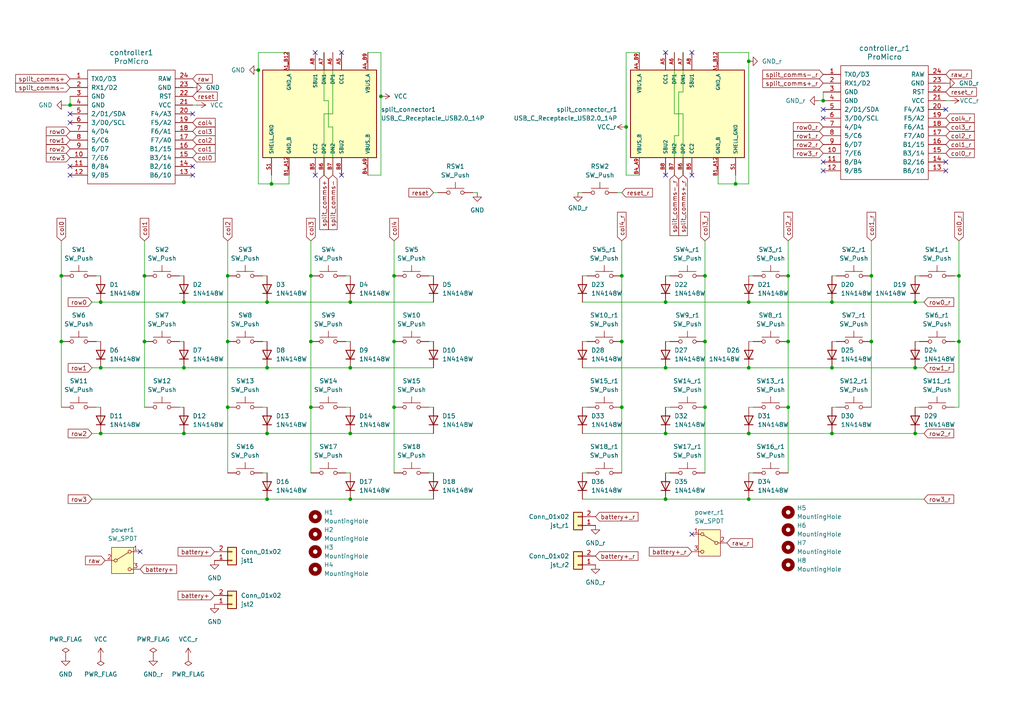
<source format=kicad_sch>
(kicad_sch (version 20250114) (generator "eeschema") (generator_version "9.0")
  (paper "A4")
  (junction (at 20.32 30.48))
  (junction (at 217.17 144.78))
  (junction (at 217.17 87.63))
  (junction (at 193.04 125.73))
  (junction (at 252.73 80.01))
  (junction (at 180.34 80.01))
  (junction (at 193.04 144.78))
  (junction (at 78.74 53.34))
  (junction (at 278.13 99.06))
  (junction (at 265.43 125.73))
  (junction (at 217.17 17.78))
  (junction (at 77.47 106.68))
  (junction (at 241.3 87.63))
  (junction (at 53.34 125.73))
  (junction (at 204.47 118.11))
  (junction (at 114.3 80.01))
  (junction (at 90.17 118.11))
  (junction (at 101.6 144.78))
  (junction (at 29.21 106.68))
  (junction (at 110.49 27.94))
  (junction (at 77.47 87.63))
  (junction (at 278.13 80.01))
  (junction (at 74.93 20.32))
  (junction (at 41.91 99.06))
  (junction (at 66.04 118.11))
  (junction (at 193.04 87.63))
  (junction (at 241.3 106.68))
  (junction (at 180.34 99.06))
  (junction (at 204.47 80.01))
  (junction (at 228.6 99.06))
  (junction (at 193.04 106.68))
  (junction (at 17.78 99.06))
  (junction (at 41.91 80.01))
  (junction (at 29.21 125.73))
  (junction (at 180.34 118.11))
  (junction (at 66.04 99.06))
  (junction (at 217.17 106.68))
  (junction (at 101.6 106.68))
  (junction (at 77.47 144.78))
  (junction (at 77.47 125.73))
  (junction (at 252.73 99.06))
  (junction (at 241.3 125.73))
  (junction (at 101.6 87.63))
  (junction (at 228.6 80.01))
  (junction (at 17.78 80.01))
  (junction (at 114.3 118.11))
  (junction (at 228.6 118.11))
  (junction (at 90.17 99.06))
  (junction (at 90.17 80.01))
  (junction (at 181.61 36.83))
  (junction (at 101.6 125.73))
  (junction (at 53.34 87.63))
  (junction (at 204.47 99.06))
  (junction (at 217.17 125.73))
  (junction (at 66.04 80.01))
  (junction (at 213.36 53.34))
  (junction (at 265.43 87.63))
  (junction (at 53.34 106.68))
  (junction (at 114.3 99.06))
  (junction (at 29.21 87.63))
  (junction (at 238.76 29.21))
  (junction (at 265.43 106.68))
  (no_connect (at 91.44 15.24))
  (no_connect (at 99.06 15.24))
  (no_connect (at 20.32 33.02))
  (no_connect (at 193.04 15.24))
  (no_connect (at 238.76 31.75))
  (no_connect (at 193.04 50.8))
  (no_connect (at 274.32 31.75))
  (no_connect (at 238.76 49.53))
  (no_connect (at 200.66 15.24))
  (no_connect (at 274.32 49.53))
  (no_connect (at 55.88 33.02))
  (no_connect (at 20.32 50.8))
  (no_connect (at 55.88 48.26))
  (no_connect (at 238.76 34.29))
  (no_connect (at 40.64 160.02))
  (no_connect (at 200.66 154.94))
  (no_connect (at 274.32 46.99))
  (no_connect (at 91.44 50.8))
  (no_connect (at 200.66 50.8))
  (no_connect (at 99.06 50.8))
  (no_connect (at 20.32 35.56))
  (no_connect (at 238.76 46.99))
  (no_connect (at 55.88 50.8))
  (no_connect (at 20.32 48.26))
  (wire (pts (xy 125.73 118.11) (xy 124.46 118.11)))
  (wire (pts (xy 66.04 80.01) (xy 66.04 99.06)))
  (wire (pts (xy 41.91 80.01) (xy 41.91 99.06)))
  (wire (pts (xy 96.52 36.83) (xy 95.25 36.83)))
  (wire (pts (xy 125.73 137.16) (xy 124.46 137.16)))
  (wire (pts (xy 196.85 39.37) (xy 195.58 39.37)))
  (wire (pts (xy 77.47 106.68) (xy 101.6 106.68)))
  (wire (pts (xy 217.17 106.68) (xy 193.04 106.68)))
  (wire (pts (xy 193.04 144.78) (xy 168.91 144.78)))
  (wire (pts (xy 180.34 99.06) (xy 180.34 118.11)))
  (wire (pts (xy 265.43 118.11) (xy 266.7 118.11)))
  (wire (pts (xy 125.73 99.06) (xy 124.46 99.06)))
  (wire (pts (xy 180.34 55.88) (xy 179.07 55.88)))
  (wire (pts (xy 95.25 36.83) (xy 95.25 29.21)))
  (wire (pts (xy 101.6 87.63) (xy 125.73 87.63)))
  (wire (pts (xy 90.17 80.01) (xy 90.17 99.06)))
  (wire (pts (xy 195.58 39.37) (xy 195.58 50.8)))
  (wire (pts (xy 53.34 87.63) (xy 77.47 87.63)))
  (wire (pts (xy 265.43 87.63) (xy 241.3 87.63)))
  (wire (pts (xy 168.91 118.11) (xy 170.18 118.11)))
  (wire (pts (xy 77.47 99.06) (xy 76.2 99.06)))
  (wire (pts (xy 278.13 99.06) (xy 276.86 99.06)))
  (wire (pts (xy 252.73 69.85) (xy 252.73 80.01)))
  (wire (pts (xy 275.59 29.21) (xy 274.32 29.21)))
  (wire (pts (xy 195.58 15.24) (xy 195.58 33.02)))
  (wire (pts (xy 193.04 99.06) (xy 194.31 99.06)))
  (wire (pts (xy 196.85 26.67) (xy 196.85 39.37)))
  (wire (pts (xy 101.6 118.11) (xy 100.33 118.11)))
  (wire (pts (xy 29.21 118.11) (xy 27.94 118.11)))
  (wire (pts (xy 198.12 26.67) (xy 196.85 26.67)))
  (wire (pts (xy 167.64 55.88) (xy 168.91 55.88)))
  (wire (pts (xy 180.34 118.11) (xy 180.34 137.16)))
  (wire (pts (xy 267.97 144.78) (xy 217.17 144.78)))
  (wire (pts (xy 57.15 30.48) (xy 55.88 30.48)))
  (wire (pts (xy 278.13 80.01) (xy 278.13 99.06)))
  (wire (pts (xy 74.93 15.24) (xy 83.82 15.24)))
  (wire (pts (xy 29.21 106.68) (xy 53.34 106.68)))
  (wire (pts (xy 278.13 69.85) (xy 278.13 80.01)))
  (wire (pts (xy 217.17 15.24) (xy 217.17 17.78)))
  (wire (pts (xy 168.91 80.01) (xy 170.18 80.01)))
  (wire (pts (xy 217.17 99.06) (xy 218.44 99.06)))
  (wire (pts (xy 110.49 15.24) (xy 106.68 15.24)))
  (wire (pts (xy 29.21 125.73) (xy 53.34 125.73)))
  (wire (pts (xy 204.47 69.85) (xy 204.47 80.01)))
  (wire (pts (xy 90.17 99.06) (xy 90.17 118.11)))
  (wire (pts (xy 53.34 80.01) (xy 52.07 80.01)))
  (wire (pts (xy 278.13 80.01) (xy 276.86 80.01)))
  (wire (pts (xy 125.73 55.88) (xy 127 55.88)))
  (wire (pts (xy 278.13 99.06) (xy 278.13 118.11)))
  (wire (pts (xy 26.67 144.78) (xy 77.47 144.78)))
  (wire (pts (xy 267.97 87.63) (xy 265.43 87.63)))
  (wire (pts (xy 93.98 33.02) (xy 96.52 33.02)))
  (wire (pts (xy 208.28 53.34) (xy 208.28 50.8)))
  (wire (pts (xy 77.47 137.16) (xy 76.2 137.16)))
  (wire (pts (xy 29.21 87.63) (xy 53.34 87.63)))
  (wire (pts (xy 19.05 30.48) (xy 20.32 30.48)))
  (wire (pts (xy 41.91 69.85) (xy 41.91 80.01)))
  (wire (pts (xy 193.04 137.16) (xy 194.31 137.16)))
  (wire (pts (xy 101.6 137.16) (xy 100.33 137.16)))
  (wire (pts (xy 217.17 125.73) (xy 193.04 125.73)))
  (wire (pts (xy 29.21 99.06) (xy 27.94 99.06)))
  (wire (pts (xy 278.13 118.11) (xy 276.86 118.11)))
  (wire (pts (xy 265.43 106.68) (xy 241.3 106.68)))
  (wire (pts (xy 53.34 125.73) (xy 77.47 125.73)))
  (wire (pts (xy 66.04 99.06) (xy 66.04 118.11)))
  (wire (pts (xy 168.91 99.06) (xy 170.18 99.06)))
  (wire (pts (xy 101.6 144.78) (xy 125.73 144.78)))
  (wire (pts (xy 193.04 87.63) (xy 168.91 87.63)))
  (wire (pts (xy 66.04 69.85) (xy 66.04 80.01)))
  (wire (pts (xy 74.93 20.32) (xy 74.93 53.34)))
  (wire (pts (xy 204.47 80.01) (xy 204.47 99.06)))
  (wire (pts (xy 53.34 118.11) (xy 52.07 118.11)))
  (wire (pts (xy 77.47 144.78) (xy 101.6 144.78)))
  (wire (pts (xy 41.91 99.06) (xy 41.91 118.11)))
  (wire (pts (xy 181.61 15.24) (xy 185.42 15.24)))
  (wire (pts (xy 74.93 53.34) (xy 78.74 53.34)))
  (wire (pts (xy 53.34 99.06) (xy 52.07 99.06)))
  (wire (pts (xy 114.3 80.01) (xy 114.3 99.06)))
  (wire (pts (xy 241.3 118.11) (xy 242.57 118.11)))
  (wire (pts (xy 90.17 118.11) (xy 90.17 137.16)))
  (wire (pts (xy 241.3 125.73) (xy 217.17 125.73)))
  (wire (pts (xy 96.52 50.8) (xy 96.52 36.83)))
  (wire (pts (xy 198.12 33.02) (xy 195.58 33.02)))
  (wire (pts (xy 252.73 99.06) (xy 252.73 118.11)))
  (wire (pts (xy 77.47 125.73) (xy 101.6 125.73)))
  (wire (pts (xy 198.12 15.24) (xy 198.12 26.67)))
  (wire (pts (xy 78.74 50.8) (xy 78.74 53.34)))
  (wire (pts (xy 181.61 50.8) (xy 185.42 50.8)))
  (wire (pts (xy 217.17 137.16) (xy 218.44 137.16)))
  (wire (pts (xy 77.47 87.63) (xy 101.6 87.63)))
  (wire (pts (xy 66.04 118.11) (xy 66.04 137.16)))
  (wire (pts (xy 26.67 125.73) (xy 29.21 125.73)))
  (wire (pts (xy 267.97 106.68) (xy 265.43 106.68)))
  (wire (pts (xy 228.6 99.06) (xy 228.6 118.11)))
  (wire (pts (xy 74.93 15.24) (xy 74.93 20.32)))
  (wire (pts (xy 241.3 106.68) (xy 217.17 106.68)))
  (wire (pts (xy 238.76 26.67) (xy 238.76 29.21)))
  (wire (pts (xy 78.74 53.34) (xy 83.82 53.34)))
  (wire (pts (xy 217.17 144.78) (xy 193.04 144.78)))
  (wire (pts (xy 252.73 80.01) (xy 252.73 99.06)))
  (wire (pts (xy 96.52 15.24) (xy 96.52 33.02)))
  (wire (pts (xy 228.6 69.85) (xy 228.6 80.01)))
  (wire (pts (xy 17.78 99.06) (xy 17.78 118.11)))
  (wire (pts (xy 168.91 137.16) (xy 170.18 137.16)))
  (wire (pts (xy 208.28 53.34) (xy 213.36 53.34)))
  (wire (pts (xy 265.43 125.73) (xy 241.3 125.73)))
  (wire (pts (xy 193.04 118.11) (xy 194.31 118.11)))
  (wire (pts (xy 193.04 80.01) (xy 194.31 80.01)))
  (wire (pts (xy 213.36 53.34) (xy 217.17 53.34)))
  (wire (pts (xy 20.32 27.94) (xy 20.32 30.48)))
  (wire (pts (xy 217.17 15.24) (xy 208.28 15.24)))
  (wire (pts (xy 181.61 15.24) (xy 181.61 36.83)))
  (wire (pts (xy 125.73 80.01) (xy 124.46 80.01)))
  (wire (pts (xy 213.36 50.8) (xy 213.36 53.34)))
  (wire (pts (xy 110.49 15.24) (xy 110.49 27.94)))
  (wire (pts (xy 101.6 99.06) (xy 100.33 99.06)))
  (wire (pts (xy 26.67 106.68) (xy 29.21 106.68)))
  (wire (pts (xy 95.25 29.21) (xy 93.98 29.21)))
  (wire (pts (xy 114.3 69.85) (xy 114.3 80.01)))
  (wire (pts (xy 193.04 125.73) (xy 168.91 125.73)))
  (wire (pts (xy 101.6 125.73) (xy 125.73 125.73)))
  (wire (pts (xy 110.49 27.94) (xy 110.49 50.8)))
  (wire (pts (xy 17.78 69.85) (xy 17.78 80.01)))
  (wire (pts (xy 267.97 125.73) (xy 265.43 125.73)))
  (wire (pts (xy 17.78 80.01) (xy 17.78 99.06)))
  (wire (pts (xy 29.21 80.01) (xy 27.94 80.01)))
  (wire (pts (xy 180.34 69.85) (xy 180.34 80.01)))
  (wire (pts (xy 180.34 80.01) (xy 180.34 99.06)))
  (wire (pts (xy 241.3 87.63) (xy 217.17 87.63)))
  (wire (pts (xy 77.47 80.01) (xy 76.2 80.01)))
  (wire (pts (xy 198.12 50.8) (xy 198.12 33.02)))
  (wire (pts (xy 204.47 118.11) (xy 204.47 137.16)))
  (wire (pts (xy 93.98 15.24) (xy 93.98 29.21)))
  (wire (pts (xy 181.61 36.83) (xy 181.61 50.8)))
  (wire (pts (xy 53.34 106.68) (xy 77.47 106.68)))
  (wire (pts (xy 26.67 87.63) (xy 29.21 87.63)))
  (wire (pts (xy 101.6 80.01) (xy 100.33 80.01)))
  (wire (pts (xy 217.17 80.01) (xy 218.44 80.01)))
  (wire (pts (xy 77.47 118.11) (xy 76.2 118.11)))
  (wire (pts (xy 110.49 50.8) (xy 106.68 50.8)))
  (wire (pts (xy 228.6 80.01) (xy 228.6 99.06)))
  (wire (pts (xy 217.17 17.78) (xy 217.17 53.34)))
  (wire (pts (xy 217.17 118.11) (xy 218.44 118.11)))
  (wire (pts (xy 265.43 99.06) (xy 266.7 99.06)))
  (wire (pts (xy 265.43 80.01) (xy 266.7 80.01)))
  (wire (pts (xy 93.98 50.8) (xy 93.98 33.02)))
  (wire (pts (xy 204.47 99.06) (xy 204.47 118.11)))
  (wire (pts (xy 101.6 106.68) (xy 125.73 106.68)))
  (wire (pts (xy 114.3 99.06) (xy 114.3 118.11)))
  (wire (pts (xy 193.04 106.68) (xy 168.91 106.68)))
  (wire (pts (xy 114.3 118.11) (xy 114.3 137.16)))
  (wire (pts (xy 228.6 118.11) (xy 228.6 137.16)))
  (wire (pts (xy 237.49 29.21) (xy 238.76 29.21)))
  (wire (pts (xy 83.82 53.34) (xy 83.82 50.8)))
  (wire (pts (xy 241.3 80.01) (xy 242.57 80.01)))
  (wire (pts (xy 217.17 87.63) (xy 193.04 87.63)))
  (wire (pts (xy 138.43 55.88) (xy 137.16 55.88)))
  (wire (pts (xy 90.17 69.85) (xy 90.17 80.01)))
  (wire (pts (xy 241.3 99.06) (xy 242.57 99.06)))
  (global_label "row0_r" (shape input) (at 238.76 36.83 180) (property "Intersheetrefs" "${INTERSHEET_REFS}" (effects (hide yes))))
  (global_label "reset_r" (shape input) (at 180.34 55.88 0) (property "Intersheetrefs" "${INTERSHEET_REFS}" (effects (hide yes))))
  (global_label "col2" (shape input) (at 55.88 40.64 0) (property "Intersheetrefs" "${INTERSHEET_REFS}" (effects (hide yes))))
  (global_label "col0" (shape input) (at 55.88 45.72 0) (property "Intersheetrefs" "${INTERSHEET_REFS}" (effects (hide yes))))
  (global_label "col1" (shape input) (at 41.91 69.85 90) (property "Intersheetrefs" "${INTERSHEET_REFS}" (effects (hide yes))))
  (global_label "split_comms-" (shape input) (at 96.52 50.8 270) (property "Intersheetrefs" "${INTERSHEET_REFS}" (effects (hide yes))))
  (global_label "col3" (shape input) (at 55.88 38.1 0) (property "Intersheetrefs" "${INTERSHEET_REFS}" (effects (hide yes))))
  (global_label "col0_r" (shape input) (at 278.13 69.85 90) (property "Intersheetrefs" "${INTERSHEET_REFS}" (effects (hide yes))))
  (global_label "battery+_r" (shape input) (at 172.72 149.86 0) (property "Intersheetrefs" "${INTERSHEET_REFS}" (effects (hide yes))))
  (global_label "row3_r" (shape input) (at 238.76 44.45 180) (property "Intersheetrefs" "${INTERSHEET_REFS}" (effects (hide yes))))
  (global_label "raw" (shape input) (at 30.48 162.56 180) (property "Intersheetrefs" "${INTERSHEET_REFS}" (effects (hide yes))))
  (global_label "split_comms+" (shape input) (at 20.32 22.86 180) (property "Intersheetrefs" "${INTERSHEET_REFS}" (effects (hide yes))))
  (global_label "row1_r" (shape input) (at 238.76 39.37 180) (property "Intersheetrefs" "${INTERSHEET_REFS}" (effects (hide yes))))
  (global_label "col0" (shape input) (at 17.78 69.85 90) (property "Intersheetrefs" "${INTERSHEET_REFS}" (effects (hide yes))))
  (global_label "col2_r" (shape input) (at 274.32 39.37 0) (property "Intersheetrefs" "${INTERSHEET_REFS}" (effects (hide yes))))
  (global_label "col2_r" (shape input) (at 228.6 69.85 90) (property "Intersheetrefs" "${INTERSHEET_REFS}" (effects (hide yes))))
  (global_label "battery+_r" (shape input) (at 172.72 161.29 0) (property "Intersheetrefs" "${INTERSHEET_REFS}" (effects (hide yes))))
  (global_label "col3_r" (shape input) (at 204.47 69.85 90) (property "Intersheetrefs" "${INTERSHEET_REFS}" (effects (hide yes))))
  (global_label "split_comms+_r" (shape input) (at 238.76 24.13 180) (property "Intersheetrefs" "${INTERSHEET_REFS}" (effects (hide yes))))
  (global_label "row0" (shape input) (at 20.32 38.1 180) (property "Intersheetrefs" "${INTERSHEET_REFS}" (effects (hide yes))))
  (global_label "col4" (shape input) (at 114.3 69.85 90) (property "Intersheetrefs" "${INTERSHEET_REFS}" (effects (hide yes))))
  (global_label "row2" (shape input) (at 26.67 125.73 180) (property "Intersheetrefs" "${INTERSHEET_REFS}" (effects (hide yes))))
  (global_label "row3_r" (shape input) (at 267.97 144.78 0) (property "Intersheetrefs" "${INTERSHEET_REFS}" (effects (hide yes))))
  (global_label "reset" (shape input) (at 55.88 27.94 0) (property "Intersheetrefs" "${INTERSHEET_REFS}" (effects (hide yes))))
  (global_label "reset_r" (shape input) (at 274.32 26.67 0) (property "Intersheetrefs" "${INTERSHEET_REFS}" (effects (hide yes))))
  (global_label "row0" (shape input) (at 26.67 87.63 180) (property "Intersheetrefs" "${INTERSHEET_REFS}" (effects (hide yes))))
  (global_label "col1" (shape input) (at 55.88 43.18 0) (property "Intersheetrefs" "${INTERSHEET_REFS}" (effects (hide yes))))
  (global_label "battery+_r" (shape input) (at 200.66 160.02 180) (property "Intersheetrefs" "${INTERSHEET_REFS}" (effects (hide yes))))
  (global_label "row2_r" (shape input) (at 267.97 125.73 0) (property "Intersheetrefs" "${INTERSHEET_REFS}" (effects (hide yes))))
  (global_label "raw_r" (shape input) (at 210.82 157.48 0) (property "Intersheetrefs" "${INTERSHEET_REFS}" (effects (hide yes))))
  (global_label "col0_r" (shape input) (at 274.32 44.45 0) (property "Intersheetrefs" "${INTERSHEET_REFS}" (effects (hide yes))))
  (global_label "split_comms+" (shape input) (at 93.98 50.8 270) (property "Intersheetrefs" "${INTERSHEET_REFS}" (effects (hide yes))))
  (global_label "row2_r" (shape input) (at 238.76 41.91 180) (property "Intersheetrefs" "${INTERSHEET_REFS}" (effects (hide yes))))
  (global_label "split_comms-" (shape input) (at 20.32 25.4 180) (property "Intersheetrefs" "${INTERSHEET_REFS}" (effects (hide yes))))
  (global_label "col2" (shape input) (at 66.04 69.85 90) (property "Intersheetrefs" "${INTERSHEET_REFS}" (effects (hide yes))))
  (global_label "row3" (shape input) (at 20.32 45.72 180) (property "Intersheetrefs" "${INTERSHEET_REFS}" (effects (hide yes))))
  (global_label "col4_r" (shape input) (at 180.34 69.85 90) (property "Intersheetrefs" "${INTERSHEET_REFS}" (effects (hide yes))))
  (global_label "col3" (shape input) (at 90.17 69.85 90) (property "Intersheetrefs" "${INTERSHEET_REFS}" (effects (hide yes))))
  (global_label "col1_r" (shape input) (at 274.32 41.91 0) (property "Intersheetrefs" "${INTERSHEET_REFS}" (effects (hide yes))))
  (global_label "split_comms-_r" (shape input) (at 195.58 50.8 270) (property "Intersheetrefs" "${INTERSHEET_REFS}" (effects (hide yes))))
  (global_label "battery+" (shape input) (at 62.23 172.72 180) (property "Intersheetrefs" "${INTERSHEET_REFS}" (effects (hide yes))))
  (global_label "split_comms-_r" (shape input) (at 238.76 21.59 180) (property "Intersheetrefs" "${INTERSHEET_REFS}" (effects (hide yes))))
  (global_label "row1_r" (shape input) (at 267.97 106.68 0) (property "Intersheetrefs" "${INTERSHEET_REFS}" (effects (hide yes))))
  (global_label "row2" (shape input) (at 20.32 43.18 180) (property "Intersheetrefs" "${INTERSHEET_REFS}" (effects (hide yes))))
  (global_label "reset" (shape input) (at 125.73 55.88 180) (property "Intersheetrefs" "${INTERSHEET_REFS}" (effects (hide yes))))
  (global_label "raw" (shape input) (at 55.88 22.86 0) (property "Intersheetrefs" "${INTERSHEET_REFS}" (effects (hide yes))))
  (global_label "col4_r" (shape input) (at 274.32 34.29 0) (property "Intersheetrefs" "${INTERSHEET_REFS}" (effects (hide yes))))
  (global_label "battery+" (shape input) (at 40.64 165.1 0) (property "Intersheetrefs" "${INTERSHEET_REFS}" (effects (hide yes))))
  (global_label "split_comms+_r" (shape input) (at 198.12 50.8 270) (property "Intersheetrefs" "${INTERSHEET_REFS}" (effects (hide yes))))
  (global_label "col4" (shape input) (at 55.88 35.56 0) (property "Intersheetrefs" "${INTERSHEET_REFS}" (effects (hide yes))))
  (global_label "raw_r" (shape input) (at 274.32 21.59 0) (property "Intersheetrefs" "${INTERSHEET_REFS}" (effects (hide yes))))
  (global_label "battery+" (shape input) (at 62.23 160.02 180) (property "Intersheetrefs" "${INTERSHEET_REFS}" (effects (hide yes))))
  (global_label "row1" (shape input) (at 26.67 106.68 180) (property "Intersheetrefs" "${INTERSHEET_REFS}" (effects (hide yes))))
  (global_label "col1_r" (shape input) (at 252.73 69.85 90) (property "Intersheetrefs" "${INTERSHEET_REFS}" (effects (hide yes))))
  (global_label "row3" (shape input) (at 26.67 144.78 180) (property "Intersheetrefs" "${INTERSHEET_REFS}" (effects (hide yes))))
  (global_label "row0_r" (shape input) (at 267.97 87.63 0) (property "Intersheetrefs" "${INTERSHEET_REFS}" (effects (hide yes))))
  (global_label "row1" (shape input) (at 20.32 40.64 180) (property "Intersheetrefs" "${INTERSHEET_REFS}" (effects (hide yes))))
  (global_label "col3_r" (shape input) (at 274.32 36.83 0) (property "Intersheetrefs" "${INTERSHEET_REFS}" (effects (hide yes))))
  (symbol (lib_id "Switch:SW_Push") (at 95.25 99.06 0) (unit 1)
    (property "Reference" "SW9" (at 95.25 91.44 0))
    (property "Value" "SW_Push" (at 95.25 93.98 0))
    (property "Footprint" "Gateron_KS33_Hotswap:Gateron-KS33-Hotswap-1U" (effects (hide yes)))
    (property "Description" "Push button switch, generic, two pins" (effects (hide yes)))
  )
  (symbol (lib_id "Switch:SW_Push") (at 22.86 99.06 0) (unit 1)
    (property "Reference" "SW6" (at 22.86 91.44 0))
    (property "Value" "SW_Push" (at 22.86 93.98 0))
    (property "Footprint" "Gateron_KS33_Hotswap:Gateron-KS33-Hotswap-1U" (effects (hide yes)))
    (property "Description" "Push button switch, generic, two pins" (effects (hide yes)))
  )
  (symbol (lib_id "Switch:SW_Push") (at 271.78 118.11 0) (mirror y) (unit 1)
    (property "Reference" "SW11_r1" (at 271.78 110.49 0))
    (property "Value" "SW_Push" (at 271.78 113.03 0))
    (property "Footprint" "Gateron_KS33_Hotswap:Gateron-KS33-Hotswap-1U" (effects (hide yes)))
    (property "Description" "Push button switch, generic, two pins" (effects (hide yes)))
  )
  (symbol (lib_id "power:GND") (at 44.45 190.5 0) (unit 1)
    (property "Reference" "#PWR03" (effects (hide yes)))
    (property "Value" "GND_r" (at 44.45 195.58 0))
    (property "Description" "Power symbol creates a global label with name \"GND\" , ground" (effects (hide yes)))
  )
  (symbol (lib_id "Switch:SW_Push") (at 46.99 99.06 0) (unit 1)
    (property "Reference" "SW7" (at 46.99 91.44 0))
    (property "Value" "SW_Push" (at 46.99 93.98 0))
    (property "Footprint" "Gateron_KS33_Hotswap:Gateron-KS33-Hotswap-1U" (effects (hide yes)))
    (property "Description" "Push button switch, generic, two pins" (effects (hide yes)))
  )
  (symbol (lib_id "Connector_Generic:Conn_01x02") (at 167.64 152.4 180) (unit 1)
    (property "Reference" "jst_r1" (at 165.1 152.4001 0) (effects (justify left)))
    (property "Value" "Conn_01x02" (at 165.1 149.8601 0) (effects (justify left)))
    (property "Footprint" "project:2-pin-jst" (effects (hide yes)))
    (property "Description" "Generic connector, single row, 01x02, script generated (kicad-library-utils/schlib/autogen/connector/)" (effects (hide yes)))
  )
  (symbol (lib_id "Diode:1N4148W") (at 77.47 140.97 90) (unit 1)
    (property "Reference" "D16" (at 80.01 139.6999 90) (effects (justify right)))
    (property "Value" "1N4148W" (at 80.01 142.2399 90) (effects (justify right)))
    (property "Footprint" "Diode_SMD:D_SOD-123" (effects (hide yes)))
    (property "Datasheet" "https://www.vishay.com/docs/85748/1n4148w.pdf" (effects (hide yes)))
    (property "Description" "75V 0.15A Fast Switching Diode, SOD-123" (effects (hide yes)))
    (property "Sim.Device" "D" (effects (hide yes)))
    (property "Sim.Pins" "1=K 2=A" (effects (hide yes)))
  )
  (symbol (lib_id "power:GND") (at 62.23 162.56 0) (unit 1)
    (property "Reference" "#PWR015" (effects (hide yes)))
    (property "Value" "GND" (at 62.23 167.64 0))
    (property "Description" "Power symbol creates a global label with name \"GND\" , ground" (effects (hide yes)))
  )
  (symbol (lib_id "power:PWR_FLAG") (at 29.21 190.5 180) (unit 1)
    (property "Reference" "#FLG02" (effects (hide yes)))
    (property "Value" "PWR_FLAG" (at 29.21 195.58 0))
    (property "Description" "Special symbol for telling ERC where power comes from" (effects (hide yes)))
  )
  (symbol (lib_id "power:GND") (at 74.93 20.32 270) (mirror x) (unit 1)
    (property "Reference" "#PWR05" (effects (hide yes)))
    (property "Value" "GND" (at 71.12 20.3201 90) (effects (justify right)))
    (property "Description" "Power symbol creates a global label with name \"GND\" , ground" (effects (hide yes)))
  )
  (symbol (lib_id "Diode:1N4148W") (at 265.43 121.92 270) (mirror x) (unit 1)
    (property "Reference" "D29" (at 267.97 120.6499 90) (effects (justify left)))
    (property "Value" "1N4148W" (at 267.97 123.1899 90) (effects (justify left)))
    (property "Footprint" "Diode_SMD:D_SOD-123" (effects (hide yes)))
    (property "Datasheet" "https://www.vishay.com/docs/85748/1n4148w.pdf" (effects (hide yes)))
    (property "Description" "75V 0.15A Fast Switching Diode, SOD-123" (effects (hide yes)))
    (property "Sim.Device" "D" (effects (hide yes)))
    (property "Sim.Pins" "1=K 2=A" (effects (hide yes)))
  )
  (symbol (lib_id "Diode:1N4148W") (at 168.91 102.87 270) (mirror x) (unit 1)
    (property "Reference" "D28" (at 171.45 101.5999 90) (effects (justify left)))
    (property "Value" "1N4148W" (at 171.45 104.1399 90) (effects (justify left)))
    (property "Footprint" "Diode_SMD:D_SOD-123" (effects (hide yes)))
    (property "Datasheet" "https://www.vishay.com/docs/85748/1n4148w.pdf" (effects (hide yes)))
    (property "Description" "75V 0.15A Fast Switching Diode, SOD-123" (effects (hide yes)))
    (property "Sim.Device" "D" (effects (hide yes)))
    (property "Sim.Pins" "1=K 2=A" (effects (hide yes)))
  )
  (symbol (lib_id "power:GND") (at 19.05 30.48 270) (unit 1)
    (property "Reference" "#PWR012" (effects (hide yes)))
    (property "Value" "GND" (at 15.24 30.4799 90) (effects (justify right)))
    (property "Description" "Power symbol creates a global label with name \"GND\" , ground" (effects (hide yes)))
  )
  (symbol (lib_id "Switch:SW_Push") (at 199.39 137.16 0) (mirror y) (unit 1)
    (property "Reference" "SW17_r1" (at 199.39 129.54 0))
    (property "Value" "SW_Push" (at 199.39 132.08 0))
    (property "Footprint" "Gateron_KS33_Hotswap:Gateron-KS33-Hotswap-1U" (effects (hide yes)))
    (property "Description" "Push button switch, generic, two pins" (effects (hide yes)))
  )
  (symbol (lib_id "Diode:1N4148W") (at 125.73 102.87 90) (unit 1)
    (property "Reference" "D10" (at 128.27 101.5999 90) (effects (justify right)))
    (property "Value" "1N4148W" (at 128.27 104.1399 90) (effects (justify right)))
    (property "Footprint" "Diode_SMD:D_SOD-123" (effects (hide yes)))
    (property "Datasheet" "https://www.vishay.com/docs/85748/1n4148w.pdf" (effects (hide yes)))
    (property "Description" "75V 0.15A Fast Switching Diode, SOD-123" (effects (hide yes)))
    (property "Sim.Device" "D" (effects (hide yes)))
    (property "Sim.Pins" "1=K 2=A" (effects (hide yes)))
  )
  (symbol (lib_id "USB4505-03-0-A_REVA:USB4505-03-0-A_REVA") (at 93.98 33.02 270) (unit 1)
    (property "Reference" "split_connector1" (at 110.49 31.7499 90) (effects (justify left)))
    (property "Value" "USB_C_Receptacle_USB2.0_14P" (at 110.49 34.2899 90) (effects (justify left)))
    (property "Footprint" "USB4505-03-0-A_REVA:GCT_USB4505-03-0-A_REVA" (effects (hide yes)))
    (property "Datasheet" "https://www.usb.org/sites/default/files/documents/usb_type-c.zip" (effects (hide yes)))
    (property "Description" "USB 2.0-only 14P Type-C Receptacle connector" (effects (hide yes)))
    (property "MF" "Global Connector Technology" (effects (hide yes)))
    (property "MAXIMUM_PACKAGE_HEIGHT" "2.46mm" (effects (hide yes)))
    (property "Package" "None" (effects (hide yes)))
    (property "Price" "None" (effects (hide yes)))
    (property "Check_prices" "https://www.snapeda.com/parts/USB4505-03-0-A/Global+Connector+Technology/view-part/?ref=eda" (effects (hide yes)))
    (property "STANDARD" "Manufacturer Recommendations" (effects (hide yes)))
    (property "PARTREV" "A" (effects (hide yes)))
    (property "SnapEDA_Link" "https://www.snapeda.com/parts/USB4505-03-0-A/Global+Connector+Technology/view-part/?ref=snap" (effects (hide yes)))
    (property "MP" "USB4505-03-0-A" (effects (hide yes)))
    (property "Purchase-URL" "https://www.snapeda.com/api/url_track_click_mouser/?unipart_id=6577103&manufacturer=Global Connector Technology&part_name=USB4505-03-0-A&search_term=usb4505-03-0-a" (effects (hide yes)))
    (property "Description_1" "USB-C (USB TYPE-C) USB 2.0 Receptacle Connector 24 (16+8 Dummy) Position Board Edge, Cutout; Surface Mount; Through Hole, Right Angle" (effects (hide yes)))
    (property "Availability" "In Stock" (effects (hide yes)))
    (property "MANUFACTURER" "GCT" (effects (hide yes)))
  )
  (symbol (lib_id "Diode:1N4148W") (at 125.73 83.82 90) (unit 1)
    (property "Reference" "D5" (at 128.27 82.5499 90) (effects (justify right)))
    (property "Value" "1N4148W" (at 128.27 85.0899 90) (effects (justify right)))
    (property "Footprint" "Diode_SMD:D_SOD-123" (effects (hide yes)))
    (property "Datasheet" "https://www.vishay.com/docs/85748/1n4148w.pdf" (effects (hide yes)))
    (property "Description" "75V 0.15A Fast Switching Diode, SOD-123" (effects (hide yes)))
    (property "Sim.Device" "D" (effects (hide yes)))
    (property "Sim.Pins" "1=K 2=A" (effects (hide yes)))
  )
  (symbol (lib_id "Diode:1N4148W") (at 217.17 102.87 270) (mirror x) (unit 1)
    (property "Reference" "D26" (at 214.63 101.5999 90) (effects (justify right)))
    (property "Value" "1N4148W" (at 214.63 104.1399 90) (effects (justify right)))
    (property "Footprint" "Diode_SMD:D_SOD-123" (effects (hide yes)))
    (property "Datasheet" "https://www.vishay.com/docs/85748/1n4148w.pdf" (effects (hide yes)))
    (property "Description" "75V 0.15A Fast Switching Diode, SOD-123" (effects (hide yes)))
    (property "Sim.Device" "D" (effects (hide yes)))
    (property "Sim.Pins" "1=K 2=A" (effects (hide yes)))
  )
  (symbol (lib_id "Mechanical:MountingHole") (at 91.44 154.94 0) (unit 1) (in_bom no)
    (property "Reference" "H2" (at 93.98 153.6699 0) (effects (justify left)))
    (property "Value" "MountingHole" (at 93.98 156.2099 0) (effects (justify left)))
    (property "Footprint" "MountingHole:MountingHole_3.2mm_M3" (effects (hide yes)))
    (property "Description" "Mounting Hole without connection" (effects (hide yes)))
  )
  (symbol (lib_id "power:GND") (at 274.32 24.13 90) (mirror x) (unit 1)
    (property "Reference" "#PWR020" (effects (hide yes)))
    (property "Value" "GND_r" (at 278.13 24.1299 90) (effects (justify right)))
    (property "Description" "Power symbol creates a global label with name \"GND\" , ground" (effects (hide yes)))
  )
  (symbol (lib_id "Mechanical:MountingHole") (at 228.6 158.75 0) (unit 1) (in_bom no)
    (property "Reference" "H7" (at 231.14 157.4799 0) (effects (justify left)))
    (property "Value" "MountingHole" (at 231.14 160.0199 0) (effects (justify left)))
    (property "Footprint" "MountingHole:MountingHole_3.2mm_M3" (effects (hide yes)))
    (property "Description" "Mounting Hole without connection" (effects (hide yes)))
  )
  (symbol (lib_id "Switch:SW_Push") (at 247.65 80.01 0) (mirror y) (unit 1)
    (property "Reference" "SW2_r1" (at 247.65 72.39 0))
    (property "Value" "SW_Push" (at 247.65 74.93 0))
    (property "Footprint" "Gateron_KS33_Hotswap:Gateron-KS33-Hotswap-1U" (effects (hide yes)))
    (property "Description" "Push button switch, generic, two pins" (effects (hide yes)))
  )
  (symbol (lib_id "Diode:1N4148W") (at 29.21 121.92 90) (unit 1)
    (property "Reference" "D11" (at 31.75 120.6499 90) (effects (justify right)))
    (property "Value" "1N4148W" (at 31.75 123.1899 90) (effects (justify right)))
    (property "Footprint" "Diode_SMD:D_SOD-123" (effects (hide yes)))
    (property "Datasheet" "https://www.vishay.com/docs/85748/1n4148w.pdf" (effects (hide yes)))
    (property "Description" "75V 0.15A Fast Switching Diode, SOD-123" (effects (hide yes)))
    (property "Sim.Device" "D" (effects (hide yes)))
    (property "Sim.Pins" "1=K 2=A" (effects (hide yes)))
  )
  (symbol (lib_id "power:VCC") (at 57.15 30.48 270) (unit 1)
    (property "Reference" "#PWR011" (effects (hide yes)))
    (property "Value" "VCC" (at 60.96 30.4799 90) (effects (justify left)))
    (property "Description" "Power symbol creates a global label with name \"VCC\"" (effects (hide yes)))
  )
  (symbol (lib_id "Switch:SW_Push") (at 119.38 137.16 0) (unit 1)
    (property "Reference" "SW18" (at 119.38 129.54 0))
    (property "Value" "SW_Push" (at 119.38 132.08 0))
    (property "Footprint" "Gateron_KS33_Hotswap:Gateron-KS33-Hotswap-1U" (effects (hide yes)))
    (property "Description" "Push button switch, generic, two pins" (effects (hide yes)))
  )
  (symbol (lib_id "Switch:SW_Push") (at 22.86 118.11 0) (unit 1)
    (property "Reference" "SW11" (at 22.86 110.49 0))
    (property "Value" "SW_Push" (at 22.86 113.03 0))
    (property "Footprint" "Gateron_KS33_Hotswap:Gateron-KS33-Hotswap-1U" (effects (hide yes)))
    (property "Description" "Push button switch, generic, two pins" (effects (hide yes)))
  )
  (symbol (lib_id "power:GND") (at 138.43 55.88 0) (unit 1)
    (property "Reference" "#PWR07" (effects (hide yes)))
    (property "Value" "GND" (at 138.43 60.96 0))
    (property "Description" "Power symbol creates a global label with name \"GND\" , ground" (effects (hide yes)))
  )
  (symbol (lib_id "Diode:1N4148W") (at 193.04 83.82 270) (mirror x) (unit 1)
    (property "Reference" "D22" (at 195.58 82.5499 90) (effects (justify left)))
    (property "Value" "1N4148W" (at 195.58 85.0899 90) (effects (justify left)))
    (property "Footprint" "Diode_SMD:D_SOD-123" (effects (hide yes)))
    (property "Datasheet" "https://www.vishay.com/docs/85748/1n4148w.pdf" (effects (hide yes)))
    (property "Description" "75V 0.15A Fast Switching Diode, SOD-123" (effects (hide yes)))
    (property "Sim.Device" "D" (effects (hide yes)))
    (property "Sim.Pins" "1=K 2=A" (effects (hide yes)))
  )
  (symbol (lib_id "Switch:SW_Push") (at 132.08 55.88 0) (unit 1)
    (property "Reference" "RSW1" (at 132.08 48.26 0))
    (property "Value" "SW_Push" (at 132.08 50.8 0))
    (property "Footprint" "kbd:ResetSW" (effects (hide yes)))
    (property "Description" "Push button switch, generic, two pins" (effects (hide yes)))
  )
  (symbol (lib_id "Diode:1N4148W") (at 29.21 102.87 90) (unit 1)
    (property "Reference" "D6" (at 31.75 101.5999 90) (effects (justify right)))
    (property "Value" "1N4148W" (at 31.75 104.1399 90) (effects (justify right)))
    (property "Footprint" "Diode_SMD:D_SOD-123" (effects (hide yes)))
    (property "Datasheet" "https://www.vishay.com/docs/85748/1n4148w.pdf" (effects (hide yes)))
    (property "Description" "75V 0.15A Fast Switching Diode, SOD-123" (effects (hide yes)))
    (property "Sim.Device" "D" (effects (hide yes)))
    (property "Sim.Pins" "1=K 2=A" (effects (hide yes)))
  )
  (symbol (lib_id "Diode:1N4148W") (at 53.34 102.87 90) (unit 1)
    (property "Reference" "D7" (at 55.88 101.5999 90) (effects (justify right)))
    (property "Value" "1N4148W" (at 55.88 104.1399 90) (effects (justify right)))
    (property "Footprint" "Diode_SMD:D_SOD-123" (effects (hide yes)))
    (property "Datasheet" "https://www.vishay.com/docs/85748/1n4148w.pdf" (effects (hide yes)))
    (property "Description" "75V 0.15A Fast Switching Diode, SOD-123" (effects (hide yes)))
    (property "Sim.Device" "D" (effects (hide yes)))
    (property "Sim.Pins" "1=K 2=A" (effects (hide yes)))
  )
  (symbol (lib_id "Diode:1N4148W") (at 241.3 102.87 270) (mirror x) (unit 1)
    (property "Reference" "D25" (at 243.84 101.5999 90) (effects (justify left)))
    (property "Value" "1N4148W" (at 243.84 104.1399 90) (effects (justify left)))
    (property "Footprint" "Diode_SMD:D_SOD-123" (effects (hide yes)))
    (property "Datasheet" "https://www.vishay.com/docs/85748/1n4148w.pdf" (effects (hide yes)))
    (property "Description" "75V 0.15A Fast Switching Diode, SOD-123" (effects (hide yes)))
    (property "Sim.Device" "D" (effects (hide yes)))
    (property "Sim.Pins" "1=K 2=A" (effects (hide yes)))
  )
  (symbol (lib_id "Switch:SW_Push") (at 175.26 137.16 0) (mirror y) (unit 1)
    (property "Reference" "SW18_r1" (at 175.26 129.54 0))
    (property "Value" "SW_Push" (at 175.26 132.08 0))
    (property "Footprint" "Gateron_KS33_Hotswap:Gateron-KS33-Hotswap-1U" (effects (hide yes)))
    (property "Description" "Push button switch, generic, two pins" (effects (hide yes)))
  )
  (symbol (lib_id "Diode:1N4148W") (at 217.17 140.97 270) (mirror x) (unit 1)
    (property "Reference" "D34" (at 219.71 139.6999 90) (effects (justify left)))
    (property "Value" "1N4148W" (at 219.71 142.2399 90) (effects (justify left)))
    (property "Footprint" "Diode_SMD:D_SOD-123" (effects (hide yes)))
    (property "Datasheet" "https://www.vishay.com/docs/85748/1n4148w.pdf" (effects (hide yes)))
    (property "Description" "75V 0.15A Fast Switching Diode, SOD-123" (effects (hide yes)))
    (property "Sim.Device" "D" (effects (hide yes)))
    (property "Sim.Pins" "1=K 2=A" (effects (hide yes)))
  )
  (symbol (lib_id "power:PWR_FLAG") (at 44.45 190.5 0) (unit 1)
    (property "Reference" "#FLG03" (effects (hide yes)))
    (property "Value" "PWR_FLAG" (at 44.45 185.42 0))
    (property "Description" "Special symbol for telling ERC where power comes from" (effects (hide yes)))
  )
  (symbol (lib_id "power:VCC") (at 29.21 190.5 0) (unit 1)
    (property "Reference" "#PWR02" (effects (hide yes)))
    (property "Value" "VCC" (at 29.21 185.42 0))
    (property "Description" "Power symbol creates a global label with name \"VCC\"" (effects (hide yes)))
  )
  (symbol (lib_id "Diode:1N4148W") (at 217.17 121.92 270) (mirror x) (unit 1)
    (property "Reference" "D31" (at 219.71 120.6499 90) (effects (justify left)))
    (property "Value" "1N4148W" (at 219.71 123.1899 90) (effects (justify left)))
    (property "Footprint" "Diode_SMD:D_SOD-123" (effects (hide yes)))
    (property "Datasheet" "https://www.vishay.com/docs/85748/1n4148w.pdf" (effects (hide yes)))
    (property "Description" "75V 0.15A Fast Switching Diode, SOD-123" (effects (hide yes)))
    (property "Sim.Device" "D" (effects (hide yes)))
    (property "Sim.Pins" "1=K 2=A" (effects (hide yes)))
  )
  (symbol (lib_id "Switch:SW_Push") (at 173.99 55.88 0) (unit 1)
    (property "Reference" "RSW2" (at 173.99 48.26 0))
    (property "Value" "SW_Push" (at 173.99 50.8 0))
    (property "Footprint" "kbd:ResetSW" (effects (hide yes)))
    (property "Description" "Push button switch, generic, two pins" (effects (hide yes)))
  )
  (symbol (lib_id "Switch:SW_Push") (at 175.26 80.01 0) (mirror y) (unit 1)
    (property "Reference" "SW5_r1" (at 175.26 72.39 0))
    (property "Value" "SW_Push" (at 175.26 74.93 0))
    (property "Footprint" "Gateron_KS33_Hotswap:Gateron-KS33-Hotswap-1U" (effects (hide yes)))
    (property "Description" "Push button switch, generic, two pins" (effects (hide yes)))
  )
  (symbol (lib_id "Diode:1N4148W") (at 125.73 121.92 90) (unit 1)
    (property "Reference" "D15" (at 128.27 120.6499 90) (effects (justify right)))
    (property "Value" "1N4148W" (at 128.27 123.1899 90) (effects (justify right)))
    (property "Footprint" "Diode_SMD:D_SOD-123" (effects (hide yes)))
    (property "Datasheet" "https://www.vishay.com/docs/85748/1n4148w.pdf" (effects (hide yes)))
    (property "Description" "75V 0.15A Fast Switching Diode, SOD-123" (effects (hide yes)))
    (property "Sim.Device" "D" (effects (hide yes)))
    (property "Sim.Pins" "1=K 2=A" (effects (hide yes)))
  )
  (symbol (lib_id "power:GND") (at 167.64 55.88 0) (unit 1)
    (property "Reference" "#PWR08" (effects (hide yes)))
    (property "Value" "GND_r" (at 167.64 60.325 0))
    (property "Description" "Power symbol creates a global label with name \"GND\" , ground" (effects (hide yes)))
  )
  (symbol (lib_id "power:GND") (at 237.49 29.21 270) (unit 1)
    (property "Reference" "#PWR013" (effects (hide yes)))
    (property "Value" "GND_r" (at 233.68 29.2099 90) (effects (justify right)))
    (property "Description" "Power symbol creates a global label with name \"GND\" , ground" (effects (hide yes)))
  )
  (symbol (lib_id "Switch:SW_Push") (at 223.52 118.11 0) (mirror y) (unit 1)
    (property "Reference" "SW13_r1" (at 223.52 110.49 0))
    (property "Value" "SW_Push" (at 223.52 113.03 0))
    (property "Footprint" "Gateron_KS33_Hotswap:Gateron-KS33-Hotswap-1U" (effects (hide yes)))
    (property "Description" "Push button switch, generic, two pins" (effects (hide yes)))
  )
  (symbol (lib_id "power:GND") (at 172.72 163.83 0) (unit 1)
    (property "Reference" "#PWR017" (effects (hide yes)))
    (property "Value" "GND_r" (at 172.72 168.91 0))
    (property "Description" "Power symbol creates a global label with name \"GND\" , ground" (effects (hide yes)))
  )
  (symbol (lib_id "power:GND") (at 217.17 17.78 90) (unit 1)
    (property "Reference" "#PWR09" (effects (hide yes)))
    (property "Value" "GND_r" (at 220.98 17.7799 90) (effects (justify right)))
    (property "Description" "Power symbol creates a global label with name \"GND\" , ground" (effects (hide yes)))
  )
  (symbol (lib_id "Diode:1N4148W") (at 125.73 140.97 90) (unit 1)
    (property "Reference" "D18" (at 128.27 139.6999 90) (effects (justify right)))
    (property "Value" "1N4148W" (at 128.27 142.2399 90) (effects (justify right)))
    (property "Footprint" "Diode_SMD:D_SOD-123" (effects (hide yes)))
    (property "Datasheet" "https://www.vishay.com/docs/85748/1n4148w.pdf" (effects (hide yes)))
    (property "Description" "75V 0.15A Fast Switching Diode, SOD-123" (effects (hide yes)))
    (property "Sim.Device" "D" (effects (hide yes)))
    (property "Sim.Pins" "1=K 2=A" (effects (hide yes)))
  )
  (symbol (lib_id "power:VCC") (at 110.49 27.94 270) (unit 1)
    (property "Reference" "#PWR06" (effects (hide yes)))
    (property "Value" "VCC" (at 114.3 27.9399 90) (effects (justify left)))
    (property "Description" "Power symbol creates a global label with name \"VCC\"" (effects (hide yes)))
  )
  (symbol (lib_id "Diode:1N4148W") (at 168.91 83.82 270) (mirror x) (unit 1)
    (property "Reference" "D23" (at 171.45 82.5499 90) (effects (justify left)))
    (property "Value" "1N4148W" (at 171.45 85.0899 90) (effects (justify left)))
    (property "Footprint" "Diode_SMD:D_SOD-123" (effects (hide yes)))
    (property "Datasheet" "https://www.vishay.com/docs/85748/1n4148w.pdf" (effects (hide yes)))
    (property "Description" "75V 0.15A Fast Switching Diode, SOD-123" (effects (hide yes)))
    (property "Sim.Device" "D" (effects (hide yes)))
    (property "Sim.Pins" "1=K 2=A" (effects (hide yes)))
  )
  (symbol (lib_id "Diode:1N4148W") (at 101.6 140.97 90) (unit 1)
    (property "Reference" "D17" (at 104.14 139.6999 90) (effects (justify right)))
    (property "Value" "1N4148W" (at 104.14 142.2399 90) (effects (justify right)))
    (property "Footprint" "Diode_SMD:D_SOD-123" (effects (hide yes)))
    (property "Datasheet" "https://www.vishay.com/docs/85748/1n4148w.pdf" (effects (hide yes)))
    (property "Description" "75V 0.15A Fast Switching Diode, SOD-123" (effects (hide yes)))
    (property "Sim.Device" "D" (effects (hide yes)))
    (property "Sim.Pins" "1=K 2=A" (effects (hide yes)))
  )
  (symbol (lib_id "Diode:1N4148W") (at 168.91 140.97 270) (mirror x) (unit 1)
    (property "Reference" "D36" (at 171.45 139.6999 90) (effects (justify left)))
    (property "Value" "1N4148W" (at 171.45 142.2399 90) (effects (justify left)))
    (property "Footprint" "Diode_SMD:D_SOD-123" (effects (hide yes)))
    (property "Datasheet" "https://www.vishay.com/docs/85748/1n4148w.pdf" (effects (hide yes)))
    (property "Description" "75V 0.15A Fast Switching Diode, SOD-123" (effects (hide yes)))
    (property "Sim.Device" "D" (effects (hide yes)))
    (property "Sim.Pins" "1=K 2=A" (effects (hide yes)))
  )
  (symbol (lib_id "Switch:SW_Push") (at 95.25 118.11 0) (unit 1)
    (property "Reference" "SW14" (at 95.25 110.49 0))
    (property "Value" "SW_Push" (at 95.25 113.03 0))
    (property "Footprint" "Gateron_KS33_Hotswap:Gateron-KS33-Hotswap-1U" (effects (hide yes)))
    (property "Description" "Push button switch, generic, two pins" (effects (hide yes)))
  )
  (symbol (lib_id "Diode:1N4148W") (at 77.47 102.87 90) (unit 1)
    (property "Reference" "D8" (at 80.01 101.5999 90) (effects (justify right)))
    (property "Value" "1N4148W" (at 80.01 104.1399 90) (effects (justify right)))
    (property "Footprint" "Diode_SMD:D_SOD-123" (effects (hide yes)))
    (property "Datasheet" "https://www.vishay.com/docs/85748/1n4148w.pdf" (effects (hide yes)))
    (property "Description" "75V 0.15A Fast Switching Diode, SOD-123" (effects (hide yes)))
    (property "Sim.Device" "D" (effects (hide yes)))
    (property "Sim.Pins" "1=K 2=A" (effects (hide yes)))
  )
  (symbol (lib_id "Switch:SW_Push") (at 95.25 137.16 0) (unit 1)
    (property "Reference" "SW17" (at 95.25 129.54 0))
    (property "Value" "SW_Push" (at 95.25 132.08 0))
    (property "Footprint" "Gateron_KS33_Hotswap:Gateron-KS33-Hotswap-1U" (effects (hide yes)))
    (property "Description" "Push button switch, generic, two pins" (effects (hide yes)))
  )
  (symbol (lib_id "Switch:SW_Push") (at 223.52 99.06 0) (mirror y) (unit 1)
    (property "Reference" "SW8_r1" (at 223.52 91.44 0))
    (property "Value" "SW_Push" (at 223.52 93.98 0))
    (property "Footprint" "Gateron_KS33_Hotswap:Gateron-KS33-Hotswap-1U" (effects (hide yes)))
    (property "Description" "Push button switch, generic, two pins" (effects (hide yes)))
  )
  (symbol (lib_id "Switch:SW_Push") (at 199.39 118.11 0) (mirror y) (unit 1)
    (property "Reference" "SW14_r1" (at 199.39 110.49 0))
    (property "Value" "SW_Push" (at 199.39 113.03 0))
    (property "Footprint" "Gateron_KS33_Hotswap:Gateron-KS33-Hotswap-1U" (effects (hide yes)))
    (property "Description" "Push button switch, generic, two pins" (effects (hide yes)))
  )
  (symbol (lib_id "kbd:ProMicro") (at 38.1 36.83 0) (unit 1)
    (property "Reference" "controller1" (at 38.1 15.24 0) (effects (font (size 1.524 1.524))))
    (property "Value" "ProMicro" (at 38.1 17.78 0) (effects (font (size 1.524 1.524))))
    (property "Footprint" "kbd:ProMicro" (effects (hide yes)))
  )
  (symbol (lib_id "Switch:SW_Push") (at 71.12 118.11 0) (unit 1)
    (property "Reference" "SW13" (at 71.12 110.49 0))
    (property "Value" "SW_Push" (at 71.12 113.03 0))
    (property "Footprint" "Gateron_KS33_Hotswap:Gateron-KS33-Hotswap-1U" (effects (hide yes)))
    (property "Description" "Push button switch, generic, two pins" (effects (hide yes)))
  )
  (symbol (lib_id "Diode:1N4148W") (at 29.21 83.82 90) (unit 1)
    (property "Reference" "D1" (at 31.75 82.5499 90) (effects (justify right)))
    (property "Value" "1N4148W" (at 31.75 85.0899 90) (effects (justify right)))
    (property "Footprint" "Diode_SMD:D_SOD-123" (effects (hide yes)))
    (property "Datasheet" "https://www.vishay.com/docs/85748/1n4148w.pdf" (effects (hide yes)))
    (property "Description" "75V 0.15A Fast Switching Diode, SOD-123" (effects (hide yes)))
    (property "Sim.Device" "D" (effects (hide yes)))
    (property "Sim.Pins" "1=K 2=A" (effects (hide yes)))
  )
  (symbol (lib_id "Diode:1N4148W") (at 77.47 83.82 90) (unit 1)
    (property "Reference" "D3" (at 80.01 82.5499 90) (effects (justify right)))
    (property "Value" "1N4148W" (at 80.01 85.0899 90) (effects (justify right)))
    (property "Footprint" "Diode_SMD:D_SOD-123" (effects (hide yes)))
    (property "Datasheet" "https://www.vishay.com/docs/85748/1n4148w.pdf" (effects (hide yes)))
    (property "Description" "75V 0.15A Fast Switching Diode, SOD-123" (effects (hide yes)))
    (property "Sim.Device" "D" (effects (hide yes)))
    (property "Sim.Pins" "1=K 2=A" (effects (hide yes)))
  )
  (symbol (lib_id "Diode:1N4148W") (at 77.47 121.92 90) (unit 1)
    (property "Reference" "D13" (at 80.01 120.6499 90) (effects (justify right)))
    (property "Value" "1N4148W" (at 80.01 123.1899 90) (effects (justify right)))
    (property "Footprint" "Diode_SMD:D_SOD-123" (effects (hide yes)))
    (property "Datasheet" "https://www.vishay.com/docs/85748/1n4148w.pdf" (effects (hide yes)))
    (property "Description" "75V 0.15A Fast Switching Diode, SOD-123" (effects (hide yes)))
    (property "Sim.Device" "D" (effects (hide yes)))
    (property "Sim.Pins" "1=K 2=A" (effects (hide yes)))
  )
  (symbol (lib_id "Diode:1N4148W") (at 241.3 121.92 270) (mirror x) (unit 1)
    (property "Reference" "D30" (at 243.84 120.6499 90) (effects (justify left)))
    (property "Value" "1N4148W" (at 243.84 123.1899 90) (effects (justify left)))
    (property "Footprint" "Diode_SMD:D_SOD-123" (effects (hide yes)))
    (property "Datasheet" "https://www.vishay.com/docs/85748/1n4148w.pdf" (effects (hide yes)))
    (property "Description" "75V 0.15A Fast Switching Diode, SOD-123" (effects (hide yes)))
    (property "Sim.Device" "D" (effects (hide yes)))
    (property "Sim.Pins" "1=K 2=A" (effects (hide yes)))
  )
  (symbol (lib_id "Mechanical:MountingHole") (at 228.6 148.59 0) (unit 1) (in_bom no)
    (property "Reference" "H5" (at 231.14 147.3199 0) (effects (justify left)))
    (property "Value" "MountingHole" (at 231.14 149.8599 0) (effects (justify left)))
    (property "Footprint" "MountingHole:MountingHole_3.2mm_M3" (effects (hide yes)))
    (property "Description" "Mounting Hole without connection" (effects (hide yes)))
  )
  (symbol (lib_id "power:GND") (at 172.72 152.4 0) (unit 1)
    (property "Reference" "#PWR018" (effects (hide yes)))
    (property "Value" "GND_r" (at 172.72 157.48 0))
    (property "Description" "Power symbol creates a global label with name \"GND\" , ground" (effects (hide yes)))
  )
  (symbol (lib_id "Switch:SW_SPDT") (at 205.74 157.48 0) (mirror y) (unit 1)
    (property "Reference" "power_r1" (at 205.74 148.59 0))
    (property "Value" "SW_SPDT" (at 205.74 151.13 0))
    (property "Footprint" "Kicad-Footprints:SPDT_C128955" (effects (hide yes)))
    (property "Description" "Switch, single pole double throw" (effects (hide yes)))
  )
  (symbol (lib_id "Switch:SW_Push") (at 119.38 80.01 0) (unit 1)
    (property "Reference" "SW5" (at 119.38 72.39 0))
    (property "Value" "SW_Push" (at 119.38 74.93 0))
    (property "Footprint" "Gateron_KS33_Hotswap:Gateron-KS33-Hotswap-1U" (effects (hide yes)))
    (property "Description" "Push button switch, generic, two pins" (effects (hide yes)))
  )
  (symbol (lib_id "Diode:1N4148W") (at 101.6 83.82 90) (unit 1)
    (property "Reference" "D4" (at 104.14 82.5499 90) (effects (justify right)))
    (property "Value" "1N4148W" (at 104.14 85.0899 90) (effects (justify right)))
    (property "Footprint" "Diode_SMD:D_SOD-123" (effects (hide yes)))
    (property "Datasheet" "https://www.vishay.com/docs/85748/1n4148w.pdf" (effects (hide yes)))
    (property "Description" "75V 0.15A Fast Switching Diode, SOD-123" (effects (hide yes)))
    (property "Sim.Device" "D" (effects (hide yes)))
    (property "Sim.Pins" "1=K 2=A" (effects (hide yes)))
  )
  (symbol (lib_id "Diode:1N4148W") (at 265.43 102.87 270) (mirror x) (unit 1)
    (property "Reference" "D24" (at 267.97 101.5999 90) (effects (justify left)))
    (property "Value" "1N4148W" (at 267.97 104.1399 90) (effects (justify left)))
    (property "Footprint" "Diode_SMD:D_SOD-123" (effects (hide yes)))
    (property "Datasheet" "https://www.vishay.com/docs/85748/1n4148w.pdf" (effects (hide yes)))
    (property "Description" "75V 0.15A Fast Switching Diode, SOD-123" (effects (hide yes)))
    (property "Sim.Device" "D" (effects (hide yes)))
    (property "Sim.Pins" "1=K 2=A" (effects (hide yes)))
  )
  (symbol (lib_id "Switch:SW_Push") (at 223.52 80.01 0) (mirror y) (unit 1)
    (property "Reference" "SW3_r1" (at 223.52 72.39 0))
    (property "Value" "SW_Push" (at 223.52 74.93 0))
    (property "Footprint" "Gateron_KS33_Hotswap:Gateron-KS33-Hotswap-1U" (effects (hide yes)))
    (property "Description" "Push button switch, generic, two pins" (effects (hide yes)))
  )
  (symbol (lib_id "Diode:1N4148W") (at 193.04 121.92 270) (mirror x) (unit 1)
    (property "Reference" "D32" (at 195.58 120.6499 90) (effects (justify left)))
    (property "Value" "1N4148W" (at 195.58 123.1899 90) (effects (justify left)))
    (property "Footprint" "Diode_SMD:D_SOD-123" (effects (hide yes)))
    (property "Datasheet" "https://www.vishay.com/docs/85748/1n4148w.pdf" (effects (hide yes)))
    (property "Description" "75V 0.15A Fast Switching Diode, SOD-123" (effects (hide yes)))
    (property "Sim.Device" "D" (effects (hide yes)))
    (property "Sim.Pins" "1=K 2=A" (effects (hide yes)))
  )
  (symbol (lib_id "kbd:ProMicro") (at 256.54 35.56 0) (unit 1)
    (property "Reference" "controller_r1" (at 256.54 13.97 0) (effects (font (size 1.524 1.524))))
    (property "Value" "ProMicro" (at 256.54 16.51 0) (effects (font (size 1.524 1.524))))
    (property "Footprint" "kbd:ProMicro" (effects (hide yes)))
  )
  (symbol (lib_id "Switch:SW_Push") (at 175.26 99.06 0) (mirror y) (unit 1)
    (property "Reference" "SW10_r1" (at 175.26 91.44 0))
    (property "Value" "SW_Push" (at 175.26 93.98 0))
    (property "Footprint" "Gateron_KS33_Hotswap:Gateron-KS33-Hotswap-1U" (effects (hide yes)))
    (property "Description" "Push button switch, generic, two pins" (effects (hide yes)))
  )
  (symbol (lib_id "Mechanical:MountingHole") (at 228.6 163.83 0) (unit 1) (in_bom no)
    (property "Reference" "H8" (at 231.14 162.5599 0) (effects (justify left)))
    (property "Value" "MountingHole" (at 231.14 165.0999 0) (effects (justify left)))
    (property "Footprint" "MountingHole:MountingHole_3.2mm_M3" (effects (hide yes)))
    (property "Description" "Mounting Hole without connection" (effects (hide yes)))
  )
  (symbol (lib_id "USB4505-03-0-A_REVA:USB4505-03-0-A_REVA") (at 198.12 33.02 90) (mirror x) (unit 1)
    (property "Reference" "split_connector_r1" (at 179.07 31.7499 90) (effects (justify left)))
    (property "Value" "USB_C_Receptacle_USB2.0_14P" (at 179.07 34.2899 90) (effects (justify left)))
    (property "Footprint" "USB4505-03-0-A_REVA:GCT_USB4505-03-0-A_REVA" (effects (hide yes)))
    (property "Datasheet" "https://www.usb.org/sites/default/files/documents/usb_type-c.zip" (effects (hide yes)))
    (property "Description" "USB 2.0-only 14P Type-C Receptacle connector" (effects (hide yes)))
    (property "MF" "Global Connector Technology" (effects (hide yes)))
    (property "MAXIMUM_PACKAGE_HEIGHT" "2.46mm" (effects (hide yes)))
    (property "Package" "None" (effects (hide yes)))
    (property "Price" "None" (effects (hide yes)))
    (property "Check_prices" "https://www.snapeda.com/parts/USB4505-03-0-A/Global+Connector+Technology/view-part/?ref=eda" (effects (hide yes)))
    (property "STANDARD" "Manufacturer Recommendations" (effects (hide yes)))
    (property "PARTREV" "A" (effects (hide yes)))
    (property "SnapEDA_Link" "https://www.snapeda.com/parts/USB4505-03-0-A/Global+Connector+Technology/view-part/?ref=snap" (effects (hide yes)))
    (property "MP" "USB4505-03-0-A" (effects (hide yes)))
    (property "Purchase-URL" "https://www.snapeda.com/api/url_track_click_mouser/?unipart_id=6577103&manufacturer=Global Connector Technology&part_name=USB4505-03-0-A&search_term=usb4505-03-0-a" (effects (hide yes)))
    (property "Description_1" "USB-C (USB TYPE-C) USB 2.0 Receptacle Connector 24 (16+8 Dummy) Position Board Edge, Cutout; Surface Mount; Through Hole, Right Angle" (effects (hide yes)))
    (property "Availability" "In Stock" (effects (hide yes)))
    (property "MANUFACTURER" "GCT" (effects (hide yes)))
  )
  (symbol (lib_id "power:GND") (at 55.88 25.4 90) (mirror x) (unit 1)
    (property "Reference" "#PWR019" (effects (hide yes)))
    (property "Value" "GND" (at 59.69 25.3999 90) (effects (justify right)))
    (property "Description" "Power symbol creates a global label with name \"GND\" , ground" (effects (hide yes)))
  )
  (symbol (lib_id "Diode:1N4148W") (at 217.17 83.82 270) (mirror x) (unit 1)
    (property "Reference" "D21" (at 219.71 82.5499 90) (effects (justify left)))
    (property "Value" "1N4148W" (at 219.71 85.0899 90) (effects (justify left)))
    (property "Footprint" "Diode_SMD:D_SOD-123" (effects (hide yes)))
    (property "Datasheet" "https://www.vishay.com/docs/85748/1n4148w.pdf" (effects (hide yes)))
    (property "Description" "75V 0.15A Fast Switching Diode, SOD-123" (effects (hide yes)))
    (property "Sim.Device" "D" (effects (hide yes)))
    (property "Sim.Pins" "1=K 2=A" (effects (hide yes)))
  )
  (symbol (lib_id "Mechanical:MountingHole") (at 228.6 153.67 0) (unit 1) (in_bom no)
    (property "Reference" "H6" (at 231.14 152.3999 0) (effects (justify left)))
    (property "Value" "MountingHole" (at 231.14 154.9399 0) (effects (justify left)))
    (property "Footprint" "MountingHole:MountingHole_3.2mm_M3" (effects (hide yes)))
    (property "Description" "Mounting Hole without connection" (effects (hide yes)))
  )
  (symbol (lib_id "Switch:SW_Push") (at 22.86 80.01 0) (unit 1)
    (property "Reference" "SW1" (at 22.86 72.39 0))
    (property "Value" "SW_Push" (at 22.86 74.93 0))
    (property "Footprint" "Gateron_KS33_Hotswap:Gateron-KS33-Hotswap-1U" (effects (hide yes)))
    (property "Description" "Push button switch, generic, two pins" (effects (hide yes)))
  )
  (symbol (lib_id "power:VCC") (at 275.59 29.21 270) (unit 1)
    (property "Reference" "#PWR014" (effects (hide yes)))
    (property "Value" "VCC_r" (at 281.178 29.21 90))
    (property "Description" "Power symbol creates a global label with name \"VCC\"" (effects (hide yes)))
  )
  (symbol (lib_id "Mechanical:MountingHole") (at 91.44 149.86 0) (unit 1) (in_bom no)
    (property "Reference" "H1" (at 93.98 148.5899 0) (effects (justify left)))
    (property "Value" "MountingHole" (at 93.98 151.1299 0) (effects (justify left)))
    (property "Footprint" "MountingHole:MountingHole_3.2mm_M3" (effects (hide yes)))
    (property "Description" "Mounting Hole without connection" (effects (hide yes)))
  )
  (symbol (lib_id "Switch:SW_Push") (at 199.39 80.01 0) (mirror y) (unit 1)
    (property "Reference" "SW4_r1" (at 199.39 72.39 0))
    (property "Value" "SW_Push" (at 199.39 74.93 0))
    (property "Footprint" "Gateron_KS33_Hotswap:Gateron-KS33-Hotswap-1U" (effects (hide yes)))
    (property "Description" "Push button switch, generic, two pins" (effects (hide yes)))
  )
  (symbol (lib_id "Diode:1N4148W") (at 168.91 121.92 270) (mirror x) (unit 1)
    (property "Reference" "D33" (at 171.45 120.6499 90) (effects (justify left)))
    (property "Value" "1N4148W" (at 171.45 123.1899 90) (effects (justify left)))
    (property "Footprint" "Diode_SMD:D_SOD-123" (effects (hide yes)))
    (property "Datasheet" "https://www.vishay.com/docs/85748/1n4148w.pdf" (effects (hide yes)))
    (property "Description" "75V 0.15A Fast Switching Diode, SOD-123" (effects (hide yes)))
    (property "Sim.Device" "D" (effects (hide yes)))
    (property "Sim.Pins" "1=K 2=A" (effects (hide yes)))
  )
  (symbol (lib_id "Switch:SW_Push") (at 271.78 80.01 0) (mirror y) (unit 1)
    (property "Reference" "SW1_r1" (at 271.78 72.39 0))
    (property "Value" "SW_Push" (at 271.78 74.93 0))
    (property "Footprint" "Gateron_KS33_Hotswap:Gateron-KS33-Hotswap-1U" (effects (hide yes)))
    (property "Description" "Push button switch, generic, two pins" (effects (hide yes)))
  )
  (symbol (lib_id "Diode:1N4148W") (at 193.04 102.87 270) (mirror x) (unit 1)
    (property "Reference" "D27" (at 195.58 101.5999 90) (effects (justify left)))
    (property "Value" "1N4148W" (at 195.58 104.1399 90) (effects (justify left)))
    (property "Footprint" "Diode_SMD:D_SOD-123" (effects (hide yes)))
    (property "Datasheet" "https://www.vishay.com/docs/85748/1n4148w.pdf" (effects (hide yes)))
    (property "Description" "75V 0.15A Fast Switching Diode, SOD-123" (effects (hide yes)))
    (property "Sim.Device" "D" (effects (hide yes)))
    (property "Sim.Pins" "1=K 2=A" (effects (hide yes)))
  )
  (symbol (lib_id "power:GND") (at 62.23 175.26 0) (unit 1)
    (property "Reference" "#PWR016" (effects (hide yes)))
    (property "Value" "GND" (at 62.23 180.34 0))
    (property "Description" "Power symbol creates a global label with name \"GND\" , ground" (effects (hide yes)))
  )
  (symbol (lib_id "Diode:1N4148W") (at 53.34 121.92 90) (unit 1)
    (property "Reference" "D12" (at 55.88 120.6499 90) (effects (justify right)))
    (property "Value" "1N4148W" (at 55.88 123.1899 90) (effects (justify right)))
    (property "Footprint" "Diode_SMD:D_SOD-123" (effects (hide yes)))
    (property "Datasheet" "https://www.vishay.com/docs/85748/1n4148w.pdf" (effects (hide yes)))
    (property "Description" "75V 0.15A Fast Switching Diode, SOD-123" (effects (hide yes)))
    (property "Sim.Device" "D" (effects (hide yes)))
    (property "Sim.Pins" "1=K 2=A" (effects (hide yes)))
  )
  (symbol (lib_id "Switch:SW_Push") (at 46.99 80.01 0) (unit 1)
    (property "Reference" "SW2" (at 46.99 72.39 0))
    (property "Value" "SW_Push" (at 46.99 74.93 0))
    (property "Footprint" "Gateron_KS33_Hotswap:Gateron-KS33-Hotswap-1U" (effects (hide yes)))
    (property "Description" "Push button switch, generic, two pins" (effects (hide yes)))
  )
  (symbol (lib_id "power:GND") (at 19.05 190.5 0) (unit 1)
    (property "Reference" "#PWR01" (effects (hide yes)))
    (property "Value" "GND" (at 19.05 195.58 0))
    (property "Description" "Power symbol creates a global label with name \"GND\" , ground" (effects (hide yes)))
  )
  (symbol (lib_id "Connector_Generic:Conn_01x02") (at 67.31 175.26 0) (mirror x) (unit 1)
    (property "Reference" "jst2" (at 69.85 175.2601 0) (effects (justify left)))
    (property "Value" "Conn_01x02" (at 69.85 172.7201 0) (effects (justify left)))
    (property "Footprint" "project:2-pin-jst" (effects (hide yes)))
    (property "Description" "Generic connector, single row, 01x02, script generated (kicad-library-utils/schlib/autogen/connector/)" (effects (hide yes)))
  )
  (symbol (lib_id "Diode:1N4148W") (at 241.3 83.82 270) (mirror x) (unit 1)
    (property "Reference" "D20" (at 243.84 82.5499 90) (effects (justify left)))
    (property "Value" "1N4148W" (at 243.84 85.0899 90) (effects (justify left)))
    (property "Footprint" "Diode_SMD:D_SOD-123" (effects (hide yes)))
    (property "Datasheet" "https://www.vishay.com/docs/85748/1n4148w.pdf" (effects (hide yes)))
    (property "Description" "75V 0.15A Fast Switching Diode, SOD-123" (effects (hide yes)))
    (property "Sim.Device" "D" (effects (hide yes)))
    (property "Sim.Pins" "1=K 2=A" (effects (hide yes)))
  )
  (symbol (lib_id "Switch:SW_Push") (at 247.65 99.06 0) (mirror y) (unit 1)
    (property "Reference" "SW7_r1" (at 247.65 91.44 0))
    (property "Value" "SW_Push" (at 247.65 93.98 0))
    (property "Footprint" "Gateron_KS33_Hotswap:Gateron-KS33-Hotswap-1U" (effects (hide yes)))
    (property "Description" "Push button switch, generic, two pins" (effects (hide yes)))
  )
  (symbol (lib_id "power:VCC") (at 181.61 36.83 90) (unit 1)
    (property "Reference" "#PWR010" (effects (hide yes)))
    (property "Value" "VCC_r" (at 176.022 36.83 90))
    (property "Description" "Power symbol creates a global label with name \"VCC\"" (effects (hide yes)))
  )
  (symbol (lib_id "Switch:SW_Push") (at 46.99 118.11 0) (unit 1)
    (property "Reference" "SW12" (at 46.99 110.49 0))
    (property "Value" "SW_Push" (at 46.99 113.03 0))
    (property "Footprint" "Gateron_KS33_Hotswap:Gateron-KS33-Hotswap-1U" (effects (hide yes)))
    (property "Description" "Push button switch, generic, two pins" (effects (hide yes)))
  )
  (symbol (lib_id "Switch:SW_Push") (at 119.38 99.06 0) (unit 1)
    (property "Reference" "SW10" (at 119.38 91.44 0))
    (property "Value" "SW_Push" (at 119.38 93.98 0))
    (property "Footprint" "Gateron_KS33_Hotswap:Gateron-KS33-Hotswap-1U" (effects (hide yes)))
    (property "Description" "Push button switch, generic, two pins" (effects (hide yes)))
  )
  (symbol (lib_id "Switch:SW_Push") (at 271.78 99.06 0) (mirror y) (unit 1)
    (property "Reference" "SW6_r1" (at 271.78 91.44 0))
    (property "Value" "SW_Push" (at 271.78 93.98 0))
    (property "Footprint" "Gateron_KS33_Hotswap:Gateron-KS33-Hotswap-1U" (effects (hide yes)))
    (property "Description" "Push button switch, generic, two pins" (effects (hide yes)))
  )
  (symbol (lib_id "Switch:SW_Push") (at 71.12 137.16 0) (unit 1)
    (property "Reference" "SW16" (at 71.12 129.54 0))
    (property "Value" "SW_Push" (at 71.12 132.08 0))
    (property "Footprint" "Gateron_KS33_Hotswap:Gateron-KS33-Hotswap-1U" (effects (hide yes)))
    (property "Description" "Push button switch, generic, two pins" (effects (hide yes)))
  )
  (symbol (lib_id "power:PWR_FLAG") (at 19.05 190.5 0) (unit 1)
    (property "Reference" "#FLG01" (effects (hide yes)))
    (property "Value" "PWR_FLAG" (at 19.05 185.42 0))
    (property "Description" "Special symbol for telling ERC where power comes from" (effects (hide yes)))
  )
  (symbol (lib_id "Diode:1N4148W") (at 193.04 140.97 270) (mirror x) (unit 1)
    (property "Reference" "D35" (at 195.58 139.6999 90) (effects (justify left)))
    (property "Value" "1N4148W" (at 195.58 142.2399 90) (effects (justify left)))
    (property "Footprint" "Diode_SMD:D_SOD-123" (effects (hide yes)))
    (property "Datasheet" "https://www.vishay.com/docs/85748/1n4148w.pdf" (effects (hide yes)))
    (property "Description" "75V 0.15A Fast Switching Diode, SOD-123" (effects (hide yes)))
    (property "Sim.Device" "D" (effects (hide yes)))
    (property "Sim.Pins" "1=K 2=A" (effects (hide yes)))
  )
  (symbol (lib_id "Diode:1N4148W") (at 101.6 102.87 90) (unit 1)
    (property "Reference" "D9" (at 104.14 101.5999 90) (effects (justify right)))
    (property "Value" "1N4148W" (at 104.14 104.1399 90) (effects (justify right)))
    (property "Footprint" "Diode_SMD:D_SOD-123" (effects (hide yes)))
    (property "Datasheet" "https://www.vishay.com/docs/85748/1n4148w.pdf" (effects (hide yes)))
    (property "Description" "75V 0.15A Fast Switching Diode, SOD-123" (effects (hide yes)))
    (property "Sim.Device" "D" (effects (hide yes)))
    (property "Sim.Pins" "1=K 2=A" (effects (hide yes)))
  )
  (symbol (lib_id "Switch:SW_Push") (at 199.39 99.06 0) (mirror y) (unit 1)
    (property "Reference" "SW9_r1" (at 199.39 91.44 0))
    (property "Value" "SW_Push" (at 199.39 93.98 0))
    (property "Footprint" "Gateron_KS33_Hotswap:Gateron-KS33-Hotswap-1U" (effects (hide yes)))
    (property "Description" "Push button switch, generic, two pins" (effects (hide yes)))
  )
  (symbol (lib_id "Connector_Generic:Conn_01x02") (at 167.64 163.83 180) (unit 1)
    (property "Reference" "jst_r2" (at 165.1 163.8301 0) (effects (justify left)))
    (property "Value" "Conn_01x02" (at 165.1 161.2901 0) (effects (justify left)))
    (property "Footprint" "project:2-pin-jst" (effects (hide yes)))
    (property "Description" "Generic connector, single row, 01x02, script generated (kicad-library-utils/schlib/autogen/connector/)" (effects (hide yes)))
  )
  (symbol (lib_id "Switch:SW_Push") (at 95.25 80.01 0) (unit 1)
    (property "Reference" "SW4" (at 95.25 72.39 0))
    (property "Value" "SW_Push" (at 95.25 74.93 0))
    (property "Footprint" "Gateron_KS33_Hotswap:Gateron-KS33-Hotswap-1U" (effects (hide yes)))
    (property "Description" "Push button switch, generic, two pins" (effects (hide yes)))
  )
  (symbol (lib_id "Switch:SW_Push") (at 175.26 118.11 0) (mirror y) (unit 1)
    (property "Reference" "SW15_r1" (at 175.26 110.49 0))
    (property "Value" "SW_Push" (at 175.26 113.03 0))
    (property "Footprint" "Gateron_KS33_Hotswap:Gateron-KS33-Hotswap-1U" (effects (hide yes)))
    (property "Description" "Push button switch, generic, two pins" (effects (hide yes)))
  )
  (symbol (lib_id "Switch:SW_Push") (at 119.38 118.11 0) (unit 1)
    (property "Reference" "SW15" (at 119.38 110.49 0))
    (property "Value" "SW_Push" (at 119.38 113.03 0))
    (property "Footprint" "Gateron_KS33_Hotswap:Gateron-KS33-Hotswap-1U" (effects (hide yes)))
    (property "Description" "Push button switch, generic, two pins" (effects (hide yes)))
  )
  (symbol (lib_id "Diode:1N4148W") (at 265.43 83.82 270) (mirror x) (unit 1)
    (property "Reference" "D19" (at 262.89 82.5499 90) (effects (justify right)))
    (property "Value" "1N4148W" (at 262.89 85.0899 90) (effects (justify right)))
    (property "Footprint" "Diode_SMD:D_SOD-123" (effects (hide yes)))
    (property "Datasheet" "https://www.vishay.com/docs/85748/1n4148w.pdf" (effects (hide yes)))
    (property "Description" "75V 0.15A Fast Switching Diode, SOD-123" (effects (hide yes)))
    (property "Sim.Device" "D" (effects (hide yes)))
    (property "Sim.Pins" "1=K 2=A" (effects (hide yes)))
  )
  (symbol (lib_id "Switch:SW_Push") (at 71.12 80.01 0) (unit 1)
    (property "Reference" "SW3" (at 71.12 72.39 0))
    (property "Value" "SW_Push" (at 71.12 74.93 0))
    (property "Footprint" "Gateron_KS33_Hotswap:Gateron-KS33-Hotswap-1U" (effects (hide yes)))
    (property "Description" "Push button switch, generic, two pins" (effects (hide yes)))
  )
  (symbol (lib_id "Switch:SW_Push") (at 71.12 99.06 0) (unit 1)
    (property "Reference" "SW8" (at 71.12 91.44 0))
    (property "Value" "SW_Push" (at 71.12 93.98 0))
    (property "Footprint" "Gateron_KS33_Hotswap:Gateron-KS33-Hotswap-1U" (effects (hide yes)))
    (property "Description" "Push button switch, generic, two pins" (effects (hide yes)))
  )
  (symbol (lib_id "Switch:SW_Push") (at 247.65 118.11 0) (mirror y) (unit 1)
    (property "Reference" "SW12_r1" (at 247.65 110.49 0))
    (property "Value" "SW_Push" (at 247.65 113.03 0))
    (property "Footprint" "Gateron_KS33_Hotswap:Gateron-KS33-Hotswap-1U" (effects (hide yes)))
    (property "Description" "Push button switch, generic, two pins" (effects (hide yes)))
  )
  (symbol (lib_id "Mechanical:MountingHole") (at 91.44 165.1 0) (unit 1) (in_bom no)
    (property "Reference" "H4" (at 93.98 163.8299 0) (effects (justify left)))
    (property "Value" "MountingHole" (at 93.98 166.3699 0) (effects (justify left)))
    (property "Footprint" "MountingHole:MountingHole_3.2mm_M3" (effects (hide yes)))
    (property "Description" "Mounting Hole without connection" (effects (hide yes)))
  )
  (symbol (lib_id "power:PWR_FLAG") (at 54.61 190.5 180) (unit 1)
    (property "Reference" "#FLG04" (effects (hide yes)))
    (property "Value" "PWR_FLAG" (at 54.61 195.58 0))
    (property "Description" "Special symbol for telling ERC where power comes from" (effects (hide yes)))
  )
  (symbol (lib_id "Diode:1N4148W") (at 53.34 83.82 90) (unit 1)
    (property "Reference" "D2" (at 55.88 82.5499 90) (effects (justify right)))
    (property "Value" "1N4148W" (at 55.88 85.0899 90) (effects (justify right)))
    (property "Footprint" "Diode_SMD:D_SOD-123" (effects (hide yes)))
    (property "Datasheet" "https://www.vishay.com/docs/85748/1n4148w.pdf" (effects (hide yes)))
    (property "Description" "75V 0.15A Fast Switching Diode, SOD-123" (effects (hide yes)))
    (property "Sim.Device" "D" (effects (hide yes)))
    (property "Sim.Pins" "1=K 2=A" (effects (hide yes)))
  )
  (symbol (lib_id "Connector_Generic:Conn_01x02") (at 67.31 162.56 0) (mirror x) (unit 1)
    (property "Reference" "jst1" (at 69.85 162.5601 0) (effects (justify left)))
    (property "Value" "Conn_01x02" (at 69.85 160.0201 0) (effects (justify left)))
    (property "Footprint" "project:2-pin-jst" (effects (hide yes)))
    (property "Description" "Generic connector, single row, 01x02, script generated (kicad-library-utils/schlib/autogen/connector/)" (effects (hide yes)))
  )
  (symbol (lib_id "Switch:SW_SPDT") (at 35.56 162.56 0) (unit 1)
    (property "Reference" "power1" (at 35.56 153.67 0))
    (property "Value" "SW_SPDT" (at 35.56 156.21 0))
    (property "Footprint" "Kicad-Footprints:SPDT_C128955" (effects (hide yes)))
    (property "Description" "Switch, single pole double throw" (effects (hide yes)))
  )
  (symbol (lib_id "Switch:SW_Push") (at 223.52 137.16 0) (mirror y) (unit 1)
    (property "Reference" "SW16_r1" (at 223.52 129.54 0))
    (property "Value" "SW_Push" (at 223.52 132.08 0))
    (property "Footprint" "Gateron_KS33_Hotswap:Gateron-KS33-Hotswap-1U" (effects (hide yes)))
    (property "Description" "Push button switch, generic, two pins" (effects (hide yes)))
  )
  (symbol (lib_id "Mechanical:MountingHole") (at 91.44 160.02 0) (unit 1) (in_bom no)
    (property "Reference" "H3" (at 93.98 158.7499 0) (effects (justify left)))
    (property "Value" "MountingHole" (at 93.98 161.2899 0) (effects (justify left)))
    (property "Footprint" "MountingHole:MountingHole_3.2mm_M3" (effects (hide yes)))
    (property "Description" "Mounting Hole without connection" (effects (hide yes)))
  )
  (symbol (lib_id "Diode:1N4148W") (at 101.6 121.92 90) (unit 1)
    (property "Reference" "D14" (at 104.14 120.6499 90) (effects (justify right)))
    (property "Value" "1N4148W" (at 104.14 123.1899 90) (effects (justify right)))
    (property "Footprint" "Diode_SMD:D_SOD-123" (effects (hide yes)))
    (property "Datasheet" "https://www.vishay.com/docs/85748/1n4148w.pdf" (effects (hide yes)))
    (property "Description" "75V 0.15A Fast Switching Diode, SOD-123" (effects (hide yes)))
    (property "Sim.Device" "D" (effects (hide yes)))
    (property "Sim.Pins" "1=K 2=A" (effects (hide yes)))
  )
  (symbol (lib_id "power:VCC") (at 54.61 190.5 0) (unit 1)
    (property "Reference" "#PWR04" (effects (hide yes)))
    (property "Value" "VCC_r" (at 54.61 185.42 0))
    (property "Description" "Power symbol creates a global label with name \"VCC\"" (effects (hide yes)))
  )
)
</source>
